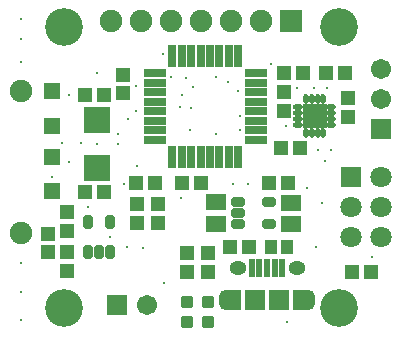
<source format=gts>
G04 Layer_Color=8388736*
%FSLAX25Y25*%
%MOIN*%
G70*
G01*
G75*
%ADD57R,0.05606X0.05724*%
%ADD58R,0.05528X0.06906*%
%ADD59R,0.06709X0.06906*%
%ADD60R,0.02378X0.06118*%
G04:AMPARAMS|DCode=61|XSize=31.65mil|YSize=47.4mil|CornerRadius=6.97mil|HoleSize=0mil|Usage=FLASHONLY|Rotation=0.000|XOffset=0mil|YOffset=0mil|HoleType=Round|Shape=RoundedRectangle|*
%AMROUNDEDRECTD61*
21,1,0.03165,0.03347,0,0,0.0*
21,1,0.01772,0.04740,0,0,0.0*
1,1,0.01394,0.00886,-0.01673*
1,1,0.01394,-0.00886,-0.01673*
1,1,0.01394,-0.00886,0.01673*
1,1,0.01394,0.00886,0.01673*
%
%ADD61ROUNDEDRECTD61*%
G04:AMPARAMS|DCode=62|XSize=31.65mil|YSize=47.4mil|CornerRadius=6.97mil|HoleSize=0mil|Usage=FLASHONLY|Rotation=270.000|XOffset=0mil|YOffset=0mil|HoleType=Round|Shape=RoundedRectangle|*
%AMROUNDEDRECTD62*
21,1,0.03165,0.03347,0,0,270.0*
21,1,0.01772,0.04740,0,0,270.0*
1,1,0.01394,-0.01673,-0.00886*
1,1,0.01394,-0.01673,0.00886*
1,1,0.01394,0.01673,0.00886*
1,1,0.01394,0.01673,-0.00886*
%
%ADD62ROUNDEDRECTD62*%
%ADD63R,0.07803X0.03003*%
%ADD64R,0.03003X0.07803*%
%ADD65R,0.04740X0.04543*%
%ADD66R,0.04543X0.04740*%
G04:AMPARAMS|DCode=67|XSize=39.53mil|YSize=39.53mil|CornerRadius=7.95mil|HoleSize=0mil|Usage=FLASHONLY|Rotation=90.000|XOffset=0mil|YOffset=0mil|HoleType=Round|Shape=RoundedRectangle|*
%AMROUNDEDRECTD67*
21,1,0.03953,0.02362,0,0,90.0*
21,1,0.02362,0.03953,0,0,90.0*
1,1,0.01590,0.01181,0.01181*
1,1,0.01590,0.01181,-0.01181*
1,1,0.01590,-0.01181,-0.01181*
1,1,0.01590,-0.01181,0.01181*
%
%ADD67ROUNDEDRECTD67*%
%ADD68R,0.04347X0.04740*%
%ADD69R,0.04740X0.04740*%
%ADD70R,0.06512X0.05331*%
%ADD71R,0.04740X0.04740*%
%ADD72R,0.07890X0.07890*%
%ADD73O,0.03362X0.01787*%
%ADD74O,0.01787X0.03362*%
%ADD75R,0.08874X0.09071*%
%ADD76C,0.07496*%
%ADD77R,0.07496X0.07496*%
%ADD78O,0.04740X0.06906*%
%ADD79O,0.05724X0.04543*%
%ADD80R,0.06709X0.06709*%
%ADD81C,0.06709*%
%ADD82R,0.07102X0.07102*%
%ADD83C,0.07102*%
%ADD84R,0.06709X0.06709*%
%ADD85C,0.12614*%
%ADD86C,0.01181*%
D57*
X15811Y79996D02*
D03*
Y68382D02*
D03*
X15736Y46642D02*
D03*
Y58256D02*
D03*
D58*
X98811Y10449D02*
D03*
X75976D02*
D03*
D59*
X91331D02*
D03*
X83457D02*
D03*
D60*
X82276Y21079D02*
D03*
X84835D02*
D03*
X92512D02*
D03*
X89953D02*
D03*
X87394D02*
D03*
D61*
X35051Y36567D02*
D03*
X27571Y26331D02*
D03*
X31311D02*
D03*
X35051D02*
D03*
X27571Y36567D02*
D03*
D62*
X87929Y35709D02*
D03*
X77693Y43189D02*
D03*
Y39449D02*
D03*
Y35709D02*
D03*
X87929Y43189D02*
D03*
D63*
X49911Y85974D02*
D03*
Y82824D02*
D03*
Y79674D02*
D03*
Y76524D02*
D03*
Y73374D02*
D03*
Y70224D02*
D03*
Y67074D02*
D03*
Y63924D02*
D03*
X83711D02*
D03*
Y67074D02*
D03*
Y70224D02*
D03*
Y73374D02*
D03*
Y76524D02*
D03*
Y79674D02*
D03*
Y82824D02*
D03*
Y85974D02*
D03*
D64*
X55786Y58049D02*
D03*
X58936D02*
D03*
X62086D02*
D03*
X65236D02*
D03*
X68386D02*
D03*
X71536D02*
D03*
X74686D02*
D03*
X77836D02*
D03*
Y91849D02*
D03*
X74686D02*
D03*
X71536D02*
D03*
X68386D02*
D03*
X65236D02*
D03*
X62086D02*
D03*
X58936D02*
D03*
X55786D02*
D03*
D65*
X59161Y49449D02*
D03*
X65461D02*
D03*
X94461D02*
D03*
X88161D02*
D03*
X49961D02*
D03*
X43661D02*
D03*
X115847Y19740D02*
D03*
X122146D02*
D03*
D66*
X14311Y26299D02*
D03*
Y32598D02*
D03*
X60811Y26039D02*
D03*
Y19740D02*
D03*
X44024Y42299D02*
D03*
Y36000D02*
D03*
X67811Y26039D02*
D03*
Y19740D02*
D03*
X51024Y36000D02*
D03*
Y42299D02*
D03*
D67*
X67811Y3102D02*
D03*
Y9795D02*
D03*
X60811Y3102D02*
D03*
Y9795D02*
D03*
D68*
X88673Y28248D02*
D03*
X93988D02*
D03*
D69*
X20811Y33417D02*
D03*
Y39717D02*
D03*
Y26331D02*
D03*
Y20031D02*
D03*
X93035Y73389D02*
D03*
Y79688D02*
D03*
X114311Y77716D02*
D03*
Y71417D02*
D03*
X39287Y85594D02*
D03*
Y79295D02*
D03*
D70*
X70311Y42992D02*
D03*
Y35906D02*
D03*
X95276Y42787D02*
D03*
Y35701D02*
D03*
D71*
X106937Y85974D02*
D03*
X113236D02*
D03*
X93161D02*
D03*
X99461D02*
D03*
X26661Y46449D02*
D03*
X32961D02*
D03*
X81275Y28248D02*
D03*
X74976D02*
D03*
X26661Y78949D02*
D03*
X32961D02*
D03*
X98425Y61024D02*
D03*
X92126D02*
D03*
D72*
X103233Y71765D02*
D03*
D73*
X108844Y74717D02*
D03*
Y72749D02*
D03*
Y70780D02*
D03*
Y68812D02*
D03*
X97623D02*
D03*
Y70780D02*
D03*
Y72749D02*
D03*
Y74717D02*
D03*
D74*
X106186Y66154D02*
D03*
X104218D02*
D03*
X102249D02*
D03*
X100281D02*
D03*
Y77375D02*
D03*
X102249D02*
D03*
X104218D02*
D03*
X106186D02*
D03*
D75*
X30811Y54476D02*
D03*
Y70421D02*
D03*
D76*
X35512Y103543D02*
D03*
X45512D02*
D03*
X55512D02*
D03*
X65512D02*
D03*
X75512D02*
D03*
X85512D02*
D03*
X5311Y32827D02*
D03*
Y80071D02*
D03*
D77*
X95512Y103543D02*
D03*
D78*
X101173Y10449D02*
D03*
X73614Y10449D02*
D03*
D79*
X97236Y21079D02*
D03*
X77551D02*
D03*
D80*
X125311Y67449D02*
D03*
D81*
Y77449D02*
D03*
Y87449D02*
D03*
X47311Y8949D02*
D03*
D82*
X115311Y51295D02*
D03*
D83*
Y41295D02*
D03*
X125311Y51295D02*
D03*
Y41295D02*
D03*
X115311Y31295D02*
D03*
X125311D02*
D03*
D84*
X37311Y8949D02*
D03*
D85*
X19685Y7874D02*
D03*
Y101575D02*
D03*
X111417D02*
D03*
Y7874D02*
D03*
D86*
X62086Y74512D02*
D03*
X101068Y69599D02*
D03*
Y73930D02*
D03*
X105399Y69599D02*
D03*
Y73930D02*
D03*
X78366Y71765D02*
D03*
X97429Y81001D02*
D03*
X103142Y81093D02*
D03*
X30811Y86094D02*
D03*
X19000Y62713D02*
D03*
X25405D02*
D03*
X58426Y74717D02*
D03*
X80894Y49075D02*
D03*
X107249Y81001D02*
D03*
X5236Y89624D02*
D03*
Y97351D02*
D03*
Y104252D02*
D03*
X5311Y3688D02*
D03*
Y13029D02*
D03*
Y22949D02*
D03*
X52992Y16181D02*
D03*
X62686Y81446D02*
D03*
X43661Y81780D02*
D03*
X43811Y73615D02*
D03*
X46040Y27856D02*
D03*
X40811Y28248D02*
D03*
X105780Y42685D02*
D03*
X100724Y47856D02*
D03*
X76020Y49075D02*
D03*
X30811Y62611D02*
D03*
X37843Y65747D02*
D03*
X37724Y62336D02*
D03*
X60311Y84610D02*
D03*
X108844Y60524D02*
D03*
X104403Y60492D02*
D03*
X88728Y89236D02*
D03*
X93661Y68382D02*
D03*
X77551Y80071D02*
D03*
X74531Y83269D02*
D03*
X78366Y66969D02*
D03*
X61811D02*
D03*
X58819Y44291D02*
D03*
X52811Y92449D02*
D03*
X15736Y51295D02*
D03*
X21465Y78949D02*
D03*
X59211D02*
D03*
X21465Y56614D02*
D03*
X35051Y31295D02*
D03*
X122520Y24823D02*
D03*
X41142Y70906D02*
D03*
X27571Y41295D02*
D03*
X39764Y49075D02*
D03*
X44024Y55198D02*
D03*
X106646Y56634D02*
D03*
X70311Y65949D02*
D03*
X103811Y28248D02*
D03*
X93988Y3102D02*
D03*
X55512Y84949D02*
D03*
X70311D02*
D03*
M02*

</source>
